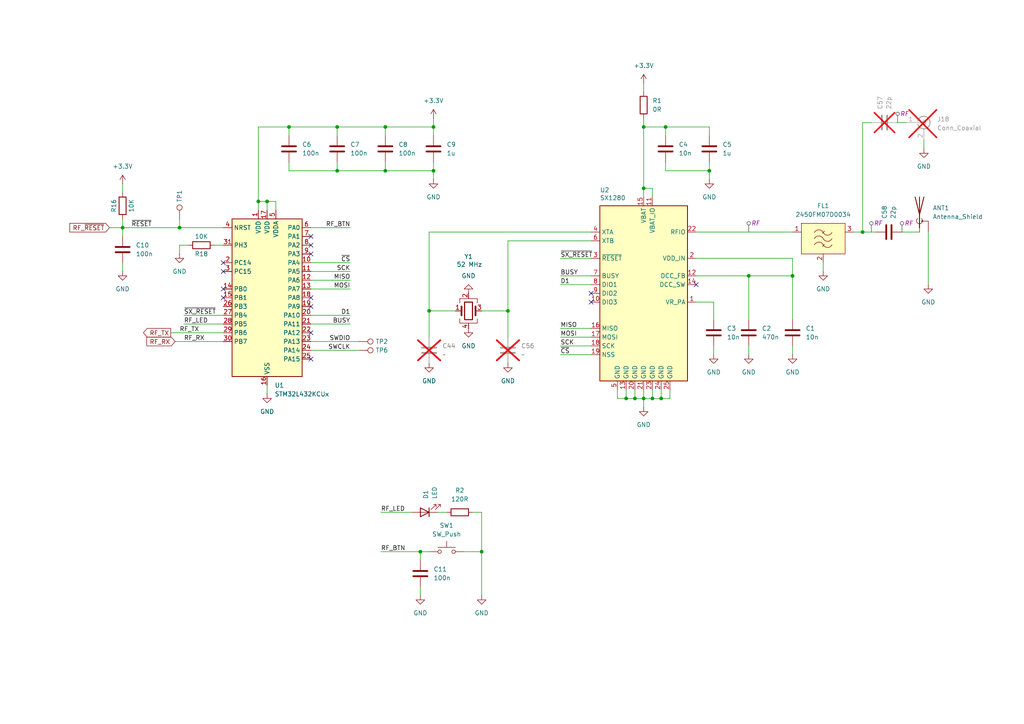
<source format=kicad_sch>
(kicad_sch (version 20231120) (generator "eeschema") (generator_version "8.0")
  (paper "A4")
  (lib_symbols
    (symbol "Connector:Conn_Coaxial" (pin_names (offset 1.016) hide)
      (property "Reference" "J" (at 0.254 3.048 0))
      (property "Value" "Conn_Coaxial" (at 2.921 0 90))
      (symbol "Conn_Coaxial_0_1"
        (arc (start -1.778 -0.508) (mid 0.2311 -1.8066) (end 1.778 0) (stroke (width 0.254)))
        (polyline (pts (xy -2.54 0) (xy -0.508 0)))
        (polyline (pts (xy 0 -2.54) (xy 0 -1.778)))
        (circle (center 0 0) (radius 0.508) (stroke (width 0.2032)))
        (arc (start 1.778 0) (mid 0.2099 1.8101) (end -1.778 0.508) (stroke (width 0.254)))
      )
      (symbol "Conn_Coaxial_1_1"
        (pin passive line (at -5.08 0 0) (length 2.54) (name "In") (number "1"))
        (pin passive line (at 0 -5.08 90) (length 2.54) (name "Ext") (number "2"))
      )
    )
    (symbol "Connector:TestPoint" (pin_numbers hide) (pin_names (offset 0.762) hide)
      (property "Reference" "TP" (at 0 6.858 0))
      (property "Value" "TestPoint" (at 0 5.08 0))
      (symbol "TestPoint_0_1"
        (circle (center 0 3.302) (radius 0.762))
      )
      (symbol "TestPoint_1_1"
        (pin passive line (at 0 0 90) (length 2.54) (name "1") (number "1"))
      )
    )
    (symbol "Device:Antenna_Shield" (pin_numbers hide) (pin_names (offset 1.016) hide)
      (property "Reference" "AE" (at -1.905 4.445 0))
      (property "Value" "Antenna_Shield" (at -1.905 2.54 0))
      (symbol "Antenna_Shield_0_1"
        (arc (start -0.508 -1.143) (mid -0.8429 -2.1194) (end 0 -2.667))
        (arc (start 0 -2.667) (mid 0.7989 -2.1052) (end 0.508 -1.143))
        (polyline (pts (xy 0 -2.54) (xy 0 0)))
        (polyline (pts (xy 0 5.08) (xy 0 -3.81)) (stroke (width 0.254)))
        (polyline (pts (xy 0.762 -1.905) (xy 2.54 -1.905)))
        (polyline (pts (xy 2.54 -2.54) (xy 2.54 -1.905)))
        (polyline (pts (xy 1.27 5.08) (xy 0 0) (xy -1.27 5.08)) (stroke (width 0.254)))
        (circle (center 0.762 -1.905) (radius 0.1778) (fill (type outline)))
      )
      (symbol "Antenna_Shield_1_1"
        (pin input line (at 0 -5.08 90) (length 2.54) (name "A") (number "1"))
        (pin input line (at 2.54 -5.08 90) (length 2.54) (name "Shield") (number "2"))
      )
    )
    (symbol "Device:C" (pin_numbers hide) (pin_names (offset 0.254))
      (property "Reference" "C" (at 0.635 2.54 0))
      (property "Value" "C" (at 0.635 -2.54 0))
      (symbol "C_0_1"
        (polyline (pts (xy -2.032 -0.762) (xy 2.032 -0.762)) (stroke (width 0.508)))
        (polyline (pts (xy -2.032 0.762) (xy 2.032 0.762)) (stroke (width 0.508)))
      )
      (symbol "C_1_1"
        (pin passive line (at 0 3.81 270) (length 2.794) (name "~") (number "1"))
        (pin passive line (at 0 -3.81 90) (length 2.794) (name "~") (number "2"))
      )
    )
    (symbol "Device:Crystal_GND24" (pin_names (offset 1.016) hide)
      (property "Reference" "Y" (at 3.175 5.08 0))
      (property "Value" "Crystal_GND24" (at 3.175 3.175 0))
      (symbol "Crystal_GND24_0_1"
        (rectangle (start -1.143 2.54) (end 1.143 -2.54) (stroke (width 0.3048)))
        (polyline (pts (xy -2.54 0) (xy -2.032 0)))
        (polyline (pts (xy -2.032 -1.27) (xy -2.032 1.27)) (stroke (width 0.508)))
        (polyline (pts (xy 0 -3.81) (xy 0 -3.556)))
        (polyline (pts (xy 0 3.556) (xy 0 3.81)))
        (polyline (pts (xy 2.032 -1.27) (xy 2.032 1.27)) (stroke (width 0.508)))
        (polyline (pts (xy 2.032 0) (xy 2.54 0)))
        (polyline (pts (xy -2.54 -2.286) (xy -2.54 -3.556) (xy 2.54 -3.556) (xy 2.54 -2.286)))
        (polyline (pts (xy -2.54 2.286) (xy -2.54 3.556) (xy 2.54 3.556) (xy 2.54 2.286)))
      )
      (symbol "Crystal_GND24_1_1"
        (pin passive line (at -3.81 0 0) (length 1.27) (name "1") (number "1"))
        (pin passive line (at 0 5.08 270) (length 1.27) (name "2") (number "2"))
        (pin passive line (at 3.81 0 180) (length 1.27) (name "3") (number "3"))
        (pin passive line (at 0 -5.08 90) (length 1.27) (name "4") (number "4"))
      )
    )
    (symbol "Device:LED" (pin_numbers hide) (pin_names (offset 1.016) hide)
      (property "Reference" "D" (at 0 2.54 0))
      (property "Value" "LED" (at 0 -2.54 0))
      (symbol "LED_0_1"
        (polyline (pts (xy -1.27 -1.27) (xy -1.27 1.27)) (stroke (width 0.254)))
        (polyline (pts (xy -1.27 0) (xy 1.27 0)))
        (polyline (pts (xy 1.27 -1.27) (xy 1.27 1.27) (xy -1.27 0) (xy 1.27 -1.27)) (stroke (width 0.254)))
        (polyline (pts (xy -3.048 -0.762) (xy -4.572 -2.286) (xy -3.81 -2.286) (xy -4.572 -2.286) (xy -4.572 -1.524)))
        (polyline (pts (xy -1.778 -0.762) (xy -3.302 -2.286) (xy -2.54 -2.286) (xy -3.302 -2.286) (xy -3.302 -1.524)))
      )
      (symbol "LED_1_1"
        (pin passive line (at -3.81 0 0) (length 2.54) (name "K") (number "1"))
        (pin passive line (at 3.81 0 180) (length 2.54) (name "A") (number "2"))
      )
    )
    (symbol "Device:R" (pin_numbers hide) (pin_names (offset 0))
      (property "Reference" "R" (at 2.032 0 90))
      (property "Value" "R" (at 0 0 90))
      (symbol "R_0_1"
        (rectangle (start -1.016 -2.54) (end 1.016 2.54) (stroke (width 0.254)))
      )
      (symbol "R_1_1"
        (pin passive line (at 0 3.81 270) (length 1.27) (name "~") (number "1"))
        (pin passive line (at 0 -3.81 90) (length 1.27) (name "~") (number "2"))
      )
    )
    (symbol "MCU_ST_STM32L4:STM32L432KCUx"
      (property "Reference" "U" (at -10.16 24.13 0))
      (property "Value" "STM32L432KCUx" (at 5.08 24.13 0))
      (symbol "STM32L432KCUx_0_1"
        (rectangle (start -10.16 -22.86) (end 10.16 22.86) (stroke (width 0.254)) (fill (type background)))
      )
      (symbol "STM32L432KCUx_1_1"
        (pin power_in line (at -2.54 25.4 270) (length 2.54) (name "VDD") (number "1"))
        (pin bidirectional line (at 12.7 10.16 180) (length 2.54) (name "PA4") (number "10"))
        (pin bidirectional line (at 12.7 7.62 180) (length 2.54) (name "PA5") (number "11"))
        (pin bidirectional line (at 12.7 5.08 180) (length 2.54) (name "PA6") (number "12"))
        (pin bidirectional line (at 12.7 2.54 180) (length 2.54) (name "PA7") (number "13"))
        (pin bidirectional line (at -12.7 2.54 0) (length 2.54) (name "PB0") (number "14"))
        (pin bidirectional line (at -12.7 0 0) (length 2.54) (name "PB1") (number "15"))
        (pin power_in line (at 0 -25.4 90) (length 2.54) (name "VSS") (number "16"))
        (pin power_in line (at 0 25.4 270) (length 2.54) (name "VDD") (number "17"))
        (pin bidirectional line (at 12.7 0 180) (length 2.54) (name "PA8") (number "18"))
        (pin bidirectional line (at 12.7 -2.54 180) (length 2.54) (name "PA9") (number "19"))
        (pin bidirectional line (at -12.7 10.16 0) (length 2.54) (name "PC14") (number "2"))
        (pin bidirectional line (at 12.7 -5.08 180) (length 2.54) (name "PA10") (number "20"))
        (pin bidirectional line (at 12.7 -7.62 180) (length 2.54) (name "PA11") (number "21"))
        (pin bidirectional line (at 12.7 -10.16 180) (length 2.54) (name "PA12") (number "22"))
        (pin bidirectional line (at 12.7 -12.7 180) (length 2.54) (name "PA13") (number "23"))
        (pin bidirectional line (at 12.7 -15.24 180) (length 2.54) (name "PA14") (number "24"))
        (pin bidirectional line (at 12.7 -17.78 180) (length 2.54) (name "PA15") (number "25"))
        (pin bidirectional line (at -12.7 -2.54 0) (length 2.54) (name "PB3") (number "26"))
        (pin bidirectional line (at -12.7 -5.08 0) (length 2.54) (name "PB4") (number "27"))
        (pin bidirectional line (at -12.7 -7.62 0) (length 2.54) (name "PB5") (number "28"))
        (pin bidirectional line (at -12.7 -10.16 0) (length 2.54) (name "PB6") (number "29"))
        (pin bidirectional line (at -12.7 7.62 0) (length 2.54) (name "PC15") (number "3"))
        (pin bidirectional line (at -12.7 -12.7 0) (length 2.54) (name "PB7") (number "30"))
        (pin bidirectional line (at -12.7 15.24 0) (length 2.54) (name "PH3") (number "31"))
        (pin passive line (at 0 -25.4 90) (length 2.54) hide (name "VSS") (number "32"))
        (pin passive line (at 0 -25.4 90) (length 2.54) hide (name "VSS") (number "33"))
        (pin input line (at -12.7 20.32 0) (length 2.54) (name "NRST") (number "4"))
        (pin power_in line (at 2.54 25.4 270) (length 2.54) (name "VDDA") (number "5"))
        (pin bidirectional line (at 12.7 20.32 180) (length 2.54) (name "PA0") (number "6"))
        (pin bidirectional line (at 12.7 17.78 180) (length 2.54) (name "PA1") (number "7"))
        (pin bidirectional line (at 12.7 15.24 180) (length 2.54) (name "PA2") (number "8"))
        (pin bidirectional line (at 12.7 12.7 180) (length 2.54) (name "PA3") (number "9"))
      )
    )
    (symbol "Switch:SW_Push" (pin_numbers hide) (pin_names (offset 1.016) hide)
      (property "Reference" "SW" (at 1.27 2.54 0))
      (property "Value" "SW_Push" (at 0 -1.524 0))
      (symbol "SW_Push_0_1"
        (circle (center -2.032 0) (radius 0.508))
        (polyline (pts (xy 0 1.27) (xy 0 3.048)))
        (polyline (pts (xy 2.54 1.27) (xy -2.54 1.27)))
        (circle (center 2.032 0) (radius 0.508))
        (pin passive line (at -5.08 0 0) (length 2.54) (name "1") (number "1"))
        (pin passive line (at 5.08 0 180) (length 2.54) (name "2") (number "2"))
      )
    )
    (symbol "dancollins:2450FM07D0034"
      (property "Reference" "FL" (at -6.604 10.16 0))
      (property "Value" "2450FM07D0034" (at -6.604 7.874 0))
      (symbol "2450FM07D0034_0_1"
        (arc (start -0.004 -3.683) (mid -1.2789 -2.9017) (end -2.544 -3.6989))
        (arc (start -0.004 -1.905) (mid -1.2789 -1.1237) (end -2.544 -1.9209))
        (arc (start -0.0039 -0.1271) (mid -1.2789 0.6543) (end -2.5439 -0.143))
        (arc (start 0 -3.683) (mid 1.2749 -4.4643) (end 2.54 -3.6671))
        (arc (start 0 -1.905) (mid 1.2749 -2.6863) (end 2.54 -1.8891))
        (arc (start 0.0001 -0.1271) (mid 1.2749 -0.9083) (end 2.5401 -0.1112))
        (polyline (pts (xy -0.2579 -0.3811) (xy 0.3771 0.2539)))
        (polyline (pts (xy -0.254 -4.191) (xy 0.381 -3.556)))
      )
      (symbol "2450FM07D0034_1_1"
        (rectangle (start -6.35 2.54) (end 6.35 -6.35) (fill (type color) (color 255 255 194 1)))
        (pin passive line (at -8.89 0 0) (length 2.54) (name "RF_IN") (number "1"))
        (pin power_in line (at 0 -8.89 90) (length 2.54) (name "GND") (number "2"))
        (pin passive line (at 8.89 0 180) (length 2.54) (name "RF_OUT") (number "3"))
        (pin power_in line (at 0 -8.89 90) (length 2.54) hide (name "GND") (number "4"))
      )
    )
    (symbol "dancollins:SX1280IMLTRT"
      (property "Reference" "U" (at 13.716 -22.352 0))
      (property "Value" "SX1280" (at 13.716 -24.384 0))
      (symbol "SX1280IMLTRT_0_1"
        (rectangle (start -12.7 25.4) (end 12.7 -25.4) (stroke (width 0.254)) (fill (type background)))
      )
      (symbol "SX1280IMLTRT_1_1"
        (pin power_out line (at 15.24 -2.54 180) (length 2.54) (name "VR_PA") (number "1"))
        (pin bidirectional line (at -15.24 -2.54 0) (length 2.54) (name "DIO3") (number "10"))
        (pin power_in line (at 2.54 27.94 270) (length 2.54) (name "VBAT_IO") (number "11"))
        (pin power_out line (at 15.24 5.08 180) (length 2.54) (name "DCC_FB") (number "12"))
        (pin power_in line (at -5.08 -27.94 90) (length 2.54) (name "GND") (number "13"))
        (pin power_out line (at 15.24 2.54 180) (length 2.54) (name "DCC_SW") (number "14"))
        (pin power_in line (at 0 27.94 270) (length 2.54) (name "VBAT") (number "15"))
        (pin output line (at -15.24 -10.16 0) (length 2.54) (name "MISO") (number "16"))
        (pin input line (at -15.24 -12.7 0) (length 2.54) (name "MOSI") (number "17"))
        (pin input line (at -15.24 -15.24 0) (length 2.54) (name "SCK") (number "18"))
        (pin input line (at -15.24 -17.78 0) (length 2.54) (name "NSS") (number "19"))
        (pin power_in line (at 15.24 10.16 180) (length 2.54) (name "VDD_IN") (number "2"))
        (pin power_in line (at -2.54 -27.94 90) (length 2.54) (name "GND") (number "20"))
        (pin power_in line (at 0 -27.94 90) (length 2.54) (name "GND") (number "21"))
        (pin passive line (at 15.24 17.78 180) (length 2.54) (name "RFIO") (number "22"))
        (pin power_in line (at 2.54 -27.94 90) (length 2.54) (name "GND") (number "23"))
        (pin power_in line (at 5.08 -27.94 90) (length 2.54) (name "GND") (number "24"))
        (pin power_in line (at 7.62 -27.94 90) (length 2.54) (name "GND") (number "25"))
        (pin input line (at -15.24 10.16 0) (length 2.54) (name "~{RESET}") (number "3"))
        (pin passive line (at -15.24 17.78 0) (length 2.54) (name "XTA") (number "4"))
        (pin power_in line (at -7.62 -27.94 90) (length 2.54) (name "GND") (number "5"))
        (pin passive line (at -15.24 15.24 0) (length 2.54) (name "XTB") (number "6"))
        (pin output line (at -15.24 5.08 0) (length 2.54) (name "BUSY") (number "7"))
        (pin bidirectional line (at -15.24 2.54 0) (length 2.54) (name "DIO1") (number "8"))
        (pin bidirectional line (at -15.24 0 0) (length 2.54) (name "DIO2") (number "9"))
      )
    )
    (symbol "power:+3.3V" (power) (pin_numbers hide) (pin_names (offset 0) hide)
      (property "Value" "+3.3V" (at 0 3.556 0))
      (symbol "+3.3V_0_1"
        (polyline (pts (xy -0.762 1.27) (xy 0 2.54)))
        (polyline (pts (xy 0 0) (xy 0 2.54)))
        (polyline (pts (xy 0 2.54) (xy 0.762 1.27)))
      )
      (symbol "+3.3V_1_1"
        (pin power_in line (at 0 0 90) (length 0) (name "~") (number "1"))
      )
    )
    (symbol "power:GND" (power) (pin_numbers hide) (pin_names (offset 0) hide)
      (property "Value" "GND" (at 0 -3.81 0))
      (symbol "GND_0_1"
        (polyline (pts (xy 0 0) (xy 0 -1.27) (xy 1.27 -1.27) (xy 0 -2.54) (xy -1.27 -1.27) (xy 0 -1.27)))
      )
      (symbol "GND_1_1"
        (pin power_in line (at 0 0 270) (length 0) (name "~") (number "1"))
      )
    )
  )
  (junction (at 52.07 66.04))
  (junction (at 139.7 160.02))
  (junction (at 186.69 115.57))
  (junction (at 111.76 36.83))
  (junction (at 184.15 115.57))
  (junction (at 97.79 36.83))
  (junction (at 74.93 58.42))
  (junction (at 125.73 36.83))
  (junction (at 111.76 49.53))
  (junction (at 193.04 36.83))
  (junction (at 229.87 80.01))
  (junction (at 121.92 160.02))
  (junction (at 205.74 49.53))
  (junction (at 189.23 115.57))
  (junction (at 250.19 67.31))
  (junction (at 125.73 49.53))
  (junction (at 181.61 115.57))
  (junction (at 97.79 49.53))
  (junction (at 186.69 54.61))
  (junction (at 186.69 36.83))
  (junction (at 147.32 90.17))
  (junction (at 191.77 115.57))
  (junction (at 124.46 90.17))
  (junction (at 35.56 66.04))
  (junction (at 77.47 58.42))
  (junction (at 83.82 36.83))
  (junction (at 217.17 80.01))
  (no_connect (at 90.17 73.66))
  (no_connect (at 64.77 76.2))
  (no_connect (at 90.17 88.9))
  (no_connect (at 90.17 86.36))
  (no_connect (at 90.17 71.12))
  (no_connect (at 64.77 83.82))
  (no_connect (at 90.17 104.14))
  (no_connect (at 201.93 82.55))
  (no_connect (at 90.17 96.52))
  (no_connect (at 64.77 78.74))
  (no_connect (at 90.17 68.58))
  (no_connect (at 171.45 85.09))
  (no_connect (at 64.77 86.36))
  (no_connect (at 171.45 87.63))
  (wire (pts (xy 49.53 96.52) (xy 64.77 96.52)))
  (wire (pts (xy 252.73 35.56) (xy 250.19 35.56)))
  (wire (pts (xy 125.73 49.53) (xy 125.73 46.99)))
  (wire (pts (xy 205.74 49.53) (xy 205.74 52.07)))
  (wire (pts (xy 250.19 67.31) (xy 254 67.31)))
  (wire (pts (xy 186.69 113.03) (xy 186.69 115.57)))
  (wire (pts (xy 139.7 172.72) (xy 139.7 160.02)))
  (wire (pts (xy 186.69 57.15) (xy 186.69 54.61)))
  (wire (pts (xy 97.79 36.83) (xy 83.82 36.83)))
  (wire (pts (xy 269.24 67.31) (xy 269.24 82.55)))
  (wire (pts (xy 250.19 35.56) (xy 250.19 67.31)))
  (wire (pts (xy 229.87 74.93) (xy 229.87 80.01)))
  (wire (pts (xy 171.45 69.85) (xy 147.32 69.85)))
  (wire (pts (xy 201.93 87.63) (xy 207.01 87.63)))
  (wire (pts (xy 121.92 160.02) (xy 124.46 160.02)))
  (wire (pts (xy 74.93 36.83) (xy 83.82 36.83)))
  (wire (pts (xy 52.07 63.5) (xy 52.07 66.04)))
  (wire (pts (xy 194.31 113.03) (xy 194.31 115.57)))
  (wire (pts (xy 80.01 58.42) (xy 80.01 60.96)))
  (wire (pts (xy 179.07 115.57) (xy 181.61 115.57)))
  (wire (pts (xy 205.74 46.99) (xy 205.74 49.53)))
  (wire (pts (xy 193.04 46.99) (xy 193.04 49.53)))
  (wire (pts (xy 125.73 34.29) (xy 125.73 36.83)))
  (wire (pts (xy 238.76 76.2) (xy 238.76 78.74)))
  (wire (pts (xy 162.56 95.25) (xy 171.45 95.25)))
  (wire (pts (xy 97.79 36.83) (xy 97.79 39.37)))
  (wire (pts (xy 127 148.59) (xy 129.54 148.59)))
  (wire (pts (xy 171.45 67.31) (xy 124.46 67.31)))
  (wire (pts (xy 90.17 83.82) (xy 101.6 83.82)))
  (wire (pts (xy 90.17 81.28) (xy 101.6 81.28)))
  (wire (pts (xy 90.17 78.74) (xy 101.6 78.74)))
  (wire (pts (xy 186.69 24.13) (xy 186.69 26.67)))
  (wire (pts (xy 110.49 160.02) (xy 121.92 160.02)))
  (wire (pts (xy 74.93 36.83) (xy 74.93 58.42)))
  (wire (pts (xy 207.01 87.63) (xy 207.01 92.71)))
  (wire (pts (xy 193.04 49.53) (xy 205.74 49.53)))
  (wire (pts (xy 186.69 36.83) (xy 193.04 36.83)))
  (wire (pts (xy 77.47 58.42) (xy 77.47 60.96)))
  (wire (pts (xy 83.82 49.53) (xy 97.79 49.53)))
  (wire (pts (xy 189.23 54.61) (xy 186.69 54.61)))
  (wire (pts (xy 54.61 71.12) (xy 52.07 71.12)))
  (wire (pts (xy 162.56 100.33) (xy 171.45 100.33)))
  (wire (pts (xy 77.47 111.76) (xy 77.47 114.3)))
  (wire (pts (xy 97.79 49.53) (xy 111.76 49.53)))
  (wire (pts (xy 90.17 93.98) (xy 101.6 93.98)))
  (wire (pts (xy 62.23 71.12) (xy 64.77 71.12)))
  (wire (pts (xy 139.7 148.59) (xy 137.16 148.59)))
  (wire (pts (xy 111.76 36.83) (xy 111.76 39.37)))
  (wire (pts (xy 193.04 36.83) (xy 205.74 36.83)))
  (wire (pts (xy 74.93 58.42) (xy 74.93 60.96)))
  (wire (pts (xy 110.49 148.59) (xy 119.38 148.59)))
  (wire (pts (xy 52.07 66.04) (xy 64.77 66.04)))
  (wire (pts (xy 35.56 53.34) (xy 35.56 55.88)))
  (wire (pts (xy 207.01 100.33) (xy 207.01 102.87)))
  (wire (pts (xy 124.46 90.17) (xy 124.46 97.79)))
  (wire (pts (xy 191.77 115.57) (xy 194.31 115.57)))
  (wire (pts (xy 217.17 80.01) (xy 229.87 80.01)))
  (wire (pts (xy 90.17 99.06) (xy 104.14 99.06)))
  (wire (pts (xy 186.69 115.57) (xy 186.69 118.11)))
  (wire (pts (xy 201.93 80.01) (xy 217.17 80.01)))
  (wire (pts (xy 189.23 57.15) (xy 189.23 54.61)))
  (wire (pts (xy 125.73 49.53) (xy 125.73 52.07)))
  (wire (pts (xy 35.56 76.2) (xy 35.56 78.74)))
  (wire (pts (xy 121.92 160.02) (xy 121.92 162.56)))
  (wire (pts (xy 147.32 90.17) (xy 147.32 97.79)))
  (wire (pts (xy 260.35 35.56) (xy 262.89 35.56)))
  (wire (pts (xy 83.82 36.83) (xy 83.82 39.37)))
  (wire (pts (xy 134.62 160.02) (xy 139.7 160.02)))
  (wire (pts (xy 35.56 66.04) (xy 52.07 66.04)))
  (wire (pts (xy 31.75 66.04) (xy 35.56 66.04)))
  (wire (pts (xy 125.73 36.83) (xy 111.76 36.83)))
  (wire (pts (xy 111.76 49.53) (xy 125.73 49.53)))
  (wire (pts (xy 35.56 63.5) (xy 35.56 66.04)))
  (wire (pts (xy 261.62 67.31) (xy 266.7 67.31)))
  (wire (pts (xy 121.92 170.18) (xy 121.92 172.72)))
  (wire (pts (xy 77.47 58.42) (xy 80.01 58.42)))
  (wire (pts (xy 111.76 46.99) (xy 111.76 49.53)))
  (wire (pts (xy 35.56 66.04) (xy 35.56 68.58)))
  (wire (pts (xy 132.08 90.17) (xy 124.46 90.17)))
  (wire (pts (xy 139.7 160.02) (xy 139.7 148.59)))
  (wire (pts (xy 217.17 80.01) (xy 217.17 92.71)))
  (wire (pts (xy 111.76 36.83) (xy 97.79 36.83)))
  (wire (pts (xy 53.34 91.44) (xy 64.77 91.44)))
  (wire (pts (xy 162.56 82.55) (xy 171.45 82.55)))
  (wire (pts (xy 186.69 36.83) (xy 186.69 54.61)))
  (wire (pts (xy 90.17 101.6) (xy 104.14 101.6)))
  (wire (pts (xy 205.74 39.37) (xy 205.74 36.83)))
  (wire (pts (xy 179.07 113.03) (xy 179.07 115.57)))
  (wire (pts (xy 90.17 66.04) (xy 101.6 66.04)))
  (wire (pts (xy 201.93 74.93) (xy 229.87 74.93)))
  (wire (pts (xy 229.87 80.01) (xy 229.87 92.71)))
  (wire (pts (xy 267.97 40.64) (xy 267.97 43.18)))
  (wire (pts (xy 193.04 36.83) (xy 193.04 39.37)))
  (wire (pts (xy 50.8 99.06) (xy 64.77 99.06)))
  (wire (pts (xy 162.56 74.93) (xy 171.45 74.93)))
  (wire (pts (xy 162.56 80.01) (xy 171.45 80.01)))
  (wire (pts (xy 90.17 76.2) (xy 101.6 76.2)))
  (wire (pts (xy 74.93 58.42) (xy 77.47 58.42)))
  (wire (pts (xy 217.17 100.33) (xy 217.17 102.87)))
  (wire (pts (xy 83.82 46.99) (xy 83.82 49.53)))
  (wire (pts (xy 125.73 36.83) (xy 125.73 39.37)))
  (wire (pts (xy 147.32 69.85) (xy 147.32 90.17)))
  (wire (pts (xy 184.15 115.57) (xy 186.69 115.57)))
  (wire (pts (xy 52.07 71.12) (xy 52.07 73.66)))
  (wire (pts (xy 201.93 67.31) (xy 229.87 67.31)))
  (wire (pts (xy 181.61 115.57) (xy 184.15 115.57)))
  (wire (pts (xy 139.7 90.17) (xy 147.32 90.17)))
  (wire (pts (xy 53.34 93.98) (xy 64.77 93.98)))
  (wire (pts (xy 186.69 34.29) (xy 186.69 36.83)))
  (wire (pts (xy 162.56 102.87) (xy 171.45 102.87)))
  (wire (pts (xy 162.56 97.79) (xy 171.45 97.79)))
  (wire (pts (xy 181.61 113.03) (xy 181.61 115.57)))
  (wire (pts (xy 229.87 100.33) (xy 229.87 102.87)))
  (wire (pts (xy 184.15 113.03) (xy 184.15 115.57)))
  (wire (pts (xy 97.79 46.99) (xy 97.79 49.53)))
  (wire (pts (xy 191.77 113.03) (xy 191.77 115.57)))
  (wire (pts (xy 186.69 115.57) (xy 189.23 115.57)))
  (wire (pts (xy 189.23 115.57) (xy 191.77 115.57)))
  (wire (pts (xy 247.65 67.31) (xy 250.19 67.31)))
  (wire (pts (xy 124.46 67.31) (xy 124.46 90.17)))
  (wire (pts (xy 189.23 113.03) (xy 189.23 115.57)))
  (wire (pts (xy 90.17 91.44) (xy 101.6 91.44)))
  (label "RF_BTN" (at 110.49 160.02 0))
  (label "RF_LED" (at 53.34 93.98 0))
  (label "RF_BTN" (at 101.6 66.04 180))
  (label "MISO" (at 101.6 81.28 180))
  (label "MOSI" (at 162.56 97.79 0))
  (label "~{CS}" (at 162.56 102.87 0))
  (label "MOSI" (at 101.6 83.82 180))
  (label "~{SX_RESET}" (at 162.56 74.93 0))
  (label "D1" (at 101.6 91.44 180))
  (label "SWDIO" (at 101.6 99.06 180))
  (label "SCK" (at 162.56 100.33 0))
  (label "SWCLK" (at 101.6 101.6 180))
  (label "~{RESET}" (at 38.1 66.04 0))
  (label "SCK" (at 101.6 78.74 180))
  (label "~{SX_RESET}" (at 53.34 91.44 0))
  (label "BUSY" (at 162.56 80.01 0))
  (label "BUSY" (at 101.6 93.98 180))
  (label "~{CS}" (at 101.6 76.2 180))
  (label "RF_LED" (at 110.49 148.59 0))
  (label "RF_RX" (at 53.34 99.06 0))
  (label "RF_TX" (at 52.07 96.52 0))
  (label "MISO" (at 162.56 95.25 0))
  (label "D1" (at 162.56 82.55 0))
  (global_label "RF_~{RESET}" (shape input) (at 31.75 66.04 180) (property "Intersheetrefs" "${INTERSHEET_REFS}" (effects (hide yes))))
  (global_label "RF_RX" (shape input) (at 50.8 99.06 180) (property "Intersheetrefs" "${INTERSHEET_REFS}" (effects (hide yes))))
  (global_label "RF_TX" (shape output) (at 49.53 96.52 180) (property "Intersheetrefs" "${INTERSHEET_REFS}" (effects (hide yes))))
  (netclass_flag "" (length 2.54) (shape round) (at 252.73 67.31 0) (property "Netclass" "RF" (at 253.4285 64.77 0) (effects (font (italic yes)) (justify left))))
  (netclass_flag "" (length 2.54) (shape round) (at 260.35 35.56 0) (property "Netclass" "RF" (at 261.0485 33.02 0) (effects (font (italic yes)) (justify left))))
  (netclass_flag "" (length 2.54) (shape round) (at 261.62 67.31 0) (property "Netclass" "RF" (at 262.3185 64.77 0) (effects (font (italic yes)) (justify left))))
  (netclass_flag "" (length 2.54) (shape round) (at 217.17 67.31 0) (property "Netclass" "RF" (at 217.8685 64.77 0) (effects (font (italic yes)) (justify left))))
  (symbol (lib_id "power:GND") (at 269.24 82.55 0) (unit 1)
    (property "Reference" "#PWR02" (effects (hide yes)))
    (property "Value" "GND" (at 269.24 87.63 0))
    (property "Description" "Power symbol creates a global label with name \"GND\" , ground" (effects (hide yes)))
  )
  (symbol (lib_id "power:GND") (at 124.46 105.41 0) (unit 1)
    (property "Reference" "#PWR088" (effects (hide yes)))
    (property "Value" "GND" (at 124.46 110.49 0))
    (property "Description" "Power symbol creates a global label with name \"GND\" , ground" (effects (hide yes)))
  )
  (symbol (lib_id "dancollins:2450FM07D0034") (at 238.76 67.31 0) (unit 1)
    (property "Reference" "FL1" (at 238.76 59.69 0))
    (property "Value" "2450FM07D0034" (at 238.76 62.23 0))
    (property "Footprint" "dancollins:2450FM07D0034" (effects (hide yes)))
    (property "Datasheet" "https://www.digikey.com/en/htmldatasheets/production/3324473/0/0/1/2450fm07d0034t" (effects (hide yes)))
    (property "Description" "Miniature 2.45GHz Impedance Matched Front-End Filter Optimized for Semtech SX1280, SX1281" (effects (hide yes)))
    (property "LCSC" "C2651081" (effects (hide yes)))
  )
  (symbol (lib_id "power:GND") (at 135.89 95.25 0) (unit 1)
    (property "Reference" "#PWR05" (effects (hide yes)))
    (property "Value" "GND" (at 135.89 100.33 0))
    (property "Description" "Power symbol creates a global label with name \"GND\" , ground" (effects (hide yes)))
  )
  (symbol (lib_id "Device:C") (at 205.74 43.18 0) (unit 1)
    (property "Reference" "C5" (at 209.55 41.9099 0) (effects (justify left)))
    (property "Value" "1u" (at 209.55 44.4499 0) (effects (justify left)))
    (property "Footprint" "Capacitor_SMD:C_0603_1608Metric" (effects (hide yes)))
    (property "Description" "Unpolarized capacitor" (effects (hide yes)))
    (property "LCSC" "C29936" (effects (hide yes)))
  )
  (symbol (lib_id "power:GND") (at 205.74 52.07 0) (unit 1)
    (property "Reference" "#PWR012" (effects (hide yes)))
    (property "Value" "GND" (at 205.74 57.15 0))
    (property "Description" "Power symbol creates a global label with name \"GND\" , ground" (effects (hide yes)))
  )
  (symbol (lib_id "Device:C") (at 193.04 43.18 0) (unit 1)
    (property "Reference" "C4" (at 196.85 41.9099 0) (effects (justify left)))
    (property "Value" "10n" (at 196.85 44.4499 0) (effects (justify left)))
    (property "Footprint" "Capacitor_SMD:C_0603_1608Metric" (effects (hide yes)))
    (property "Description" "Unpolarized capacitor" (effects (hide yes)))
    (property "LCSC" "C1589" (effects (hide yes)))
  )
  (symbol (lib_id "Device:C") (at 207.01 96.52 0) (unit 1)
    (property "Reference" "C3" (at 210.82 95.2499 0) (effects (justify left)))
    (property "Value" "10n" (at 210.82 97.7899 0) (effects (justify left)))
    (property "Footprint" "Capacitor_SMD:C_0603_1608Metric" (effects (hide yes)))
    (property "Description" "Unpolarized capacitor" (effects (hide yes)))
    (property "LCSC" "C1589" (effects (hide yes)))
  )
  (symbol (lib_id "power:GND") (at 238.76 78.74 0) (unit 1)
    (property "Reference" "#PWR01" (effects (hide yes)))
    (property "Value" "GND" (at 238.76 83.82 0))
    (property "Description" "Power symbol creates a global label with name \"GND\" , ground" (effects (hide yes)))
  )
  (symbol (lib_id "power:GND") (at 139.7 172.72 0) (unit 1)
    (property "Reference" "#PWR019" (effects (hide yes)))
    (property "Value" "GND" (at 139.7 177.8 0))
    (property "Description" "Power symbol creates a global label with name \"GND\" , ground" (effects (hide yes)))
  )
  (symbol (lib_id "power:GND") (at 125.73 52.07 0) (unit 1)
    (property "Reference" "#PWR013" (effects (hide yes)))
    (property "Value" "GND" (at 125.73 57.15 0))
    (property "Description" "Power symbol creates a global label with name \"GND\" , ground" (effects (hide yes)))
  )
  (symbol (lib_id "power:GND") (at 217.17 102.87 0) (unit 1)
    (property "Reference" "#PWR08" (effects (hide yes)))
    (property "Value" "GND" (at 217.17 107.95 0))
    (property "Description" "Power symbol creates a global label with name \"GND\" , ground" (effects (hide yes)))
  )
  (symbol (lib_id "Device:C") (at 121.92 166.37 0) (unit 1)
    (property "Reference" "C11" (at 125.73 165.0999 0) (effects (justify left)))
    (property "Value" "100n" (at 125.73 167.6399 0) (effects (justify left)))
    (property "Footprint" "Capacitor_SMD:C_0603_1608Metric" (effects (hide yes)))
    (property "Description" "Unpolarized capacitor" (effects (hide yes)))
    (property "LCSC" "C1591" (effects (hide yes)))
  )
  (symbol (lib_id "power:GND") (at 52.07 73.66 0) (unit 1)
    (property "Reference" "#PWR037" (effects (hide yes)))
    (property "Value" "GND" (at 52.07 78.74 0))
    (property "Description" "Power symbol creates a global label with name \"GND\" , ground" (effects (hide yes)))
  )
  (symbol (lib_id "Device:C") (at 35.56 72.39 0) (unit 1)
    (property "Reference" "C10" (at 39.37 71.1199 0) (effects (justify left)))
    (property "Value" "100n" (at 39.37 73.6599 0) (effects (justify left)))
    (property "Footprint" "Capacitor_SMD:C_0603_1608Metric" (effects (hide yes)))
    (property "Description" "Unpolarized capacitor" (effects (hide yes)))
    (property "LCSC" "C1591" (effects (hide yes)))
  )
  (symbol (lib_id "Device:C") (at 217.17 96.52 0) (unit 1)
    (property "Reference" "C2" (at 220.98 95.2499 0) (effects (justify left)))
    (property "Value" "470n" (at 220.98 97.7899 0) (effects (justify left)))
    (property "Footprint" "Capacitor_SMD:C_0603_1608Metric" (effects (hide yes)))
    (property "Description" "Unpolarized capacitor" (effects (hide yes)))
    (property "LCSC" "C1623" (effects (hide yes)))
  )
  (symbol (lib_id "dancollins:SX1280IMLTRT") (at 186.69 85.09 0) (unit 1)
    (property "Reference" "U2" (at 173.99 55.118 0) (effects (justify left)))
    (property "Value" "SX1280" (at 173.99 57.404 0) (effects (justify left)))
    (property "Footprint" "Package_DFN_QFN:QFN-24-1EP_4x4mm_P0.5mm_EP2.7x2.7mm" (effects (hide yes)))
    (property "Datasheet" "https://semtech.my.salesforce.com/sfc/p/#E0000000JelG/a/3n000000l9OZ/Kw7ZeYZuAZW3Q4A3R_IUjhYCQEJxkuLrUgl_GNNhuUo" (effects (hide yes)))
    (property "Description" "LoRa Connect™ Long Range Low Power LoRa® 2.4GHz RF Transceiver With Ranging" (effects (hide yes)))
    (property "LCSC" "C125969" (effects (hide yes)))
  )
  (symbol (lib_id "power:GND") (at 186.69 118.11 0) (unit 1)
    (property "Reference" "#PWR03" (effects (hide yes)))
    (property "Value" "GND" (at 186.69 123.19 0))
    (property "Description" "Power symbol creates a global label with name \"GND\" , ground" (effects (hide yes)))
  )
  (symbol (lib_id "Device:C") (at 125.73 43.18 0) (unit 1)
    (property "Reference" "C9" (at 129.54 41.9099 0) (effects (justify left)))
    (property "Value" "1u" (at 129.54 44.4499 0) (effects (justify left)))
    (property "Footprint" "Capacitor_SMD:C_0603_1608Metric" (effects (hide yes)))
    (property "Description" "Unpolarized capacitor" (effects (hide yes)))
    (property "LCSC" "C29936" (effects (hide yes)))
  )
  (symbol (lib_id "Connector:TestPoint") (at 104.14 101.6 270) (unit 1)
    (property "Reference" "TP6" (at 110.744 101.6 90))
    (property "Value" "TestPoint" (effects (hide yes)))
    (property "Footprint" "TestPoint:TestPoint_Pad_D2.0mm" (effects (hide yes)))
    (property "Description" "test point" (effects (hide yes)))
  )
  (symbol (lib_id "Device:C") (at 147.32 101.6 0) (unit 1) (dnp yes)
    (property "Reference" "C56" (at 151.13 100.3299 0) (effects (justify left)))
    (property "Value" "~" (at 151.13 102.8699 0) (effects (justify left)))
    (property "Footprint" "Capacitor_SMD:C_0603_1608Metric" (effects (hide yes)))
    (property "Description" "Unpolarized capacitor" (effects (hide yes)))
  )
  (symbol (lib_id "Device:C") (at 97.79 43.18 0) (unit 1)
    (property "Reference" "C7" (at 101.6 41.9099 0) (effects (justify left)))
    (property "Value" "100n" (at 101.6 44.4499 0) (effects (justify left)))
    (property "Footprint" "Capacitor_SMD:C_0603_1608Metric" (effects (hide yes)))
    (property "Description" "Unpolarized capacitor" (effects (hide yes)))
    (property "LCSC" "C1591" (effects (hide yes)))
  )
  (symbol (lib_id "MCU_ST_STM32L4:STM32L432KCUx") (at 77.47 86.36 0) (unit 1)
    (property "Reference" "U1" (at 79.6641 111.76 0) (effects (justify left)))
    (property "Value" "STM32L432KCUx" (at 79.6641 114.3 0) (effects (justify left)))
    (property "Footprint" "Package_DFN_QFN:QFN-32-1EP_5x5mm_P0.5mm_EP3.45x3.45mm" (effects (hide yes)))
    (property "Datasheet" "https://www.st.com/resource/en/datasheet/stm32l432kc.pdf" (effects (hide yes)))
    (property "Description" "STMicroelectronics Arm Cortex-M4 MCU, 256KB flash, 64KB RAM, 80 MHz, 1.71-3.6V, 26 GPIO, UFQFPN32" (effects (hide yes)))
    (property "LCSC" "C1337280" (effects (hide yes)))
  )
  (symbol (lib_id "power:GND") (at 135.89 85.09 180) (unit 1)
    (property "Reference" "#PWR06" (effects (hide yes)))
    (property "Value" "GND" (at 135.89 80.01 0))
    (property "Description" "Power symbol creates a global label with name \"GND\" , ground" (effects (hide yes)))
  )
  (symbol (lib_id "Device:C") (at 257.81 67.31 90) (unit 1)
    (property "Reference" "C58" (at 256.5399 63.5 0) (effects (justify left)))
    (property "Value" "22p" (at 259.0799 63.5 0) (effects (justify left)))
    (property "Footprint" "Capacitor_SMD:C_0603_1608Metric" (effects (hide yes)))
    (property "Description" "Unpolarized capacitor" (effects (hide yes)))
    (property "LCSC" "C1653" (effects (hide yes)))
  )
  (symbol (lib_id "Device:C") (at 124.46 101.6 0) (unit 1) (dnp yes)
    (property "Reference" "C44" (at 128.27 100.3299 0) (effects (justify left)))
    (property "Value" "~" (at 128.27 102.8699 0) (effects (justify left)))
    (property "Footprint" "Capacitor_SMD:C_0603_1608Metric" (effects (hide yes)))
    (property "Description" "Unpolarized capacitor" (effects (hide yes)))
  )
  (symbol (lib_id "Device:C") (at 256.54 35.56 90) (unit 1) (dnp yes)
    (property "Reference" "C57" (at 255.2699 31.75 0) (effects (justify left)))
    (property "Value" "22p" (at 257.8099 31.75 0) (effects (justify left)))
    (property "Footprint" "Capacitor_SMD:C_0603_1608Metric" (effects (hide yes)))
    (property "Description" "Unpolarized capacitor" (effects (hide yes)))
    (property "LCSC" "C1653" (effects (hide yes)))
  )
  (symbol (lib_id "power:GND") (at 267.97 43.18 0) (unit 1)
    (property "Reference" "#PWR090" (effects (hide yes)))
    (property "Value" "GND" (at 267.97 48.26 0))
    (property "Description" "Power symbol creates a global label with name \"GND\" , ground" (effects (hide yes)))
  )
  (symbol (lib_id "Connector:TestPoint") (at 104.14 99.06 270) (unit 1)
    (property "Reference" "TP2" (at 110.744 99.06 90))
    (property "Value" "TestPoint" (effects (hide yes)))
    (property "Footprint" "TestPoint:TestPoint_Pad_D2.0mm" (effects (hide yes)))
    (property "Description" "test point" (effects (hide yes)))
  )
  (symbol (lib_id "Connector:TestPoint") (at 52.07 63.5 0) (unit 1)
    (property "Reference" "TP1" (at 52.07 56.896 90))
    (property "Value" "TestPoint" (effects (hide yes)))
    (property "Footprint" "TestPoint:TestPoint_Pad_D2.0mm" (effects (hide yes)))
    (property "Description" "test point" (effects (hide yes)))
  )
  (symbol (lib_id "power:+3.3V") (at 35.56 53.34 0) (unit 1)
    (property "Reference" "#PWR010" (effects (hide yes)))
    (property "Value" "+3.3V" (at 35.56 48.26 0))
    (property "Description" "Power symbol creates a global label with name \"+3.3V\"" (effects (hide yes)))
  )
  (symbol (lib_id "power:GND") (at 229.87 102.87 0) (unit 1)
    (property "Reference" "#PWR09" (effects (hide yes)))
    (property "Value" "GND" (at 229.87 107.95 0))
    (property "Description" "Power symbol creates a global label with name \"GND\" , ground" (effects (hide yes)))
  )
  (symbol (lib_id "Device:C") (at 229.87 96.52 0) (unit 1)
    (property "Reference" "C1" (at 233.68 95.2499 0) (effects (justify left)))
    (property "Value" "10n" (at 233.68 97.7899 0) (effects (justify left)))
    (property "Footprint" "Capacitor_SMD:C_0603_1608Metric" (effects (hide yes)))
    (property "Description" "Unpolarized capacitor" (effects (hide yes)))
    (property "LCSC" "C1589" (effects (hide yes)))
  )
  (symbol (lib_id "Device:R") (at 58.42 71.12 270) (unit 1)
    (property "Reference" "R18" (at 58.42 73.66 90))
    (property "Value" "10K" (at 58.42 68.58 90))
    (property "Footprint" "Resistor_SMD:R_0603_1608Metric" (effects (hide yes)))
    (property "Description" "Resistor" (effects (hide yes)))
    (property "LCSC" "C25804" (effects (hide yes)))
  )
  (symbol (lib_id "Device:R") (at 133.35 148.59 90) (unit 1)
    (property "Reference" "R2" (at 133.35 142.24 90))
    (property "Value" "120R" (at 133.35 144.78 90))
    (property "Footprint" "Resistor_SMD:R_0603_1608Metric" (effects (hide yes)))
    (property "Description" "Resistor" (effects (hide yes)))
    (property "LCSC" "C22787" (effects (hide yes)))
  )
  (symbol (lib_id "Device:Crystal_GND24") (at 135.89 90.17 0) (unit 1)
    (property "Reference" "Y1" (at 135.89 74.422 0))
    (property "Value" "52 MHz" (at 136.144 76.708 0))
    (property "Footprint" "Crystal:Crystal_SMD_2016-4Pin_2.0x1.6mm" (effects (hide yes)))
    (property "Datasheet" "https://www.lcsc.com/datasheet/lcsc_datasheet_2211020600_Diodes-Incorporated-FW520WFMT1_C1986193.pdf" (effects (hide yes)))
    (property "Description" "Four pin crystal, GND on pins 2 and 4" (effects (hide yes)))
    (property "LCSC" "C1986193" (effects (hide yes)))
  )
  (symbol (lib_id "Device:R") (at 35.56 59.69 180) (unit 1)
    (property "Reference" "R16" (at 33.02 59.69 90))
    (property "Value" "10K" (at 38.1 59.69 90))
    (property "Footprint" "Resistor_SMD:R_0603_1608Metric" (effects (hide yes)))
    (property "Description" "Resistor" (effects (hide yes)))
    (property "LCSC" "C25804" (effects (hide yes)))
  )
  (symbol (lib_id "Device:LED") (at 123.19 148.59 180) (unit 1)
    (property "Reference" "D1" (at 123.5074 144.78 90) (effects (justify right)))
    (property "Value" "LED" (at 126.0474 144.78 90) (effects (justify right)))
    (property "Footprint" "LED_SMD:LED_0603_1608Metric" (effects (hide yes)))
    (property "Datasheet" "https://www.lcsc.com/datasheet/lcsc_datasheet_2402181505_XINGLIGHT-XL-1608UGC-04_C965804.pdf" (effects (hide yes)))
    (property "Description" "Light emitting diode" (effects (hide yes)))
    (property "LCSC" "C965804" (effects (hide yes)))
  )
  (symbol (lib_id "Device:C") (at 111.76 43.18 0) (unit 1)
    (property "Reference" "C8" (at 115.57 41.9099 0) (effects (justify left)))
    (property "Value" "100n" (at 115.57 44.4499 0) (effects (justify left)))
    (property "Footprint" "Capacitor_SMD:C_0603_1608Metric" (effects (hide yes)))
    (property "Description" "Unpolarized capacitor" (effects (hide yes)))
    (property "LCSC" "C1591" (effects (hide yes)))
  )
  (symbol (lib_id "Device:Antenna_Shield") (at 266.7 62.23 0) (unit 1)
    (property "Reference" "ANT1" (at 270.51 60.3249 0) (effects (justify left)))
    (property "Value" "Antenna_Shield" (at 270.51 62.8649 0) (effects (justify left)))
    (property "Footprint" "RF_Antenna:Texas_SWRA117D_2.4GHz_Left" (effects (hide yes)))
    (property "Description" "Antenna with extra pin for shielding" (effects (hide yes)))
  )
  (symbol (lib_id "power:+3.3V") (at 186.69 24.13 0) (unit 1)
    (property "Reference" "#PWR011" (effects (hide yes)))
    (property "Value" "+3.3V" (at 186.69 19.05 0))
    (property "Description" "Power symbol creates a global label with name \"+3.3V\"" (effects (hide yes)))
  )
  (symbol (lib_id "Switch:SW_Push") (at 129.54 160.02 0) (unit 1)
    (property "Reference" "SW1" (at 129.54 152.4 0))
    (property "Value" "SW_Push" (at 129.54 154.94 0))
    (property "Footprint" "Button_Switch_SMD:SW_SPST_Omron_B3FS-100xP" (effects (hide yes)))
    (property "Description" "Push button switch, generic, two pins" (effects (hide yes)))
    (property "LCSC" "C4364467" (effects (hide yes)))
  )
  (symbol (lib_id "power:GND") (at 77.47 114.3 0) (unit 1)
    (property "Reference" "#PWR04" (effects (hide yes)))
    (property "Value" "GND" (at 77.47 119.38 0))
    (property "Description" "Power symbol creates a global label with name \"GND\" , ground" (effects (hide yes)))
  )
  (symbol (lib_id "Device:C") (at 83.82 43.18 0) (unit 1)
    (property "Reference" "C6" (at 87.63 41.9099 0) (effects (justify left)))
    (property "Value" "100n" (at 87.63 44.4499 0) (effects (justify left)))
    (property "Footprint" "Capacitor_SMD:C_0603_1608Metric" (effects (hide yes)))
    (property "Description" "Unpolarized capacitor" (effects (hide yes)))
    (property "LCSC" "C1591" (effects (hide yes)))
  )
  (symbol (lib_id "Connector:Conn_Coaxial") (at 267.97 35.56 0) (unit 1) (dnp yes)
    (property "Reference" "J18" (at 271.78 34.5831 0) (effects (justify left)))
    (property "Value" "Conn_Coaxial" (at 271.78 37.1231 0) (effects (justify left)))
    (property "Footprint" "Connector_Coaxial:U.FL_Molex_MCRF_73412-0110_Vertical" (effects (hide yes)))
    (property "Description" "coaxial connector (BNC, SMA, SMB, SMC, Cinch/RCA, LEMO, ...)" (effects (hide yes)))
    (property "LCSC" "C88374" (effects (hide yes)))
  )
  (symbol (lib_id "power:GND") (at 207.01 102.87 0) (unit 1)
    (property "Reference" "#PWR07" (effects (hide yes)))
    (property "Value" "GND" (at 207.01 107.95 0))
    (property "Description" "Power symbol creates a global label with name \"GND\" , ground" (effects (hide yes)))
  )
  (symbol (lib_id "power:GND") (at 35.56 78.74 0) (unit 1)
    (property "Reference" "#PWR014" (effects (hide yes)))
    (property "Value" "GND" (at 35.56 83.82 0))
    (property "Description" "Power symbol creates a global label with name \"GND\" , ground" (effects (hide yes)))
  )
  (symbol (lib_id "Device:R") (at 186.69 30.48 0) (unit 1)
    (property "Reference" "R1" (at 189.23 29.2099 0) (effects (justify left)))
    (property "Value" "0R" (at 189.23 31.7499 0) (effects (justify left)))
    (property "Footprint" "Resistor_SMD:R_0603_1608Metric" (effects (hide yes)))
    (property "Description" "Resistor" (effects (hide yes)))
    (property "LCSC" "C21189" (effects (hide yes)))
  )
  (symbol (lib_id "power:+3.3V") (at 125.73 34.29 0) (unit 1)
    (property "Reference" "#PWR035" (effects (hide yes)))
    (property "Value" "+3.3V" (at 125.73 29.21 0))
    (property "Description" "Power symbol creates a global label with name \"+3.3V\"" (effects (hide yes)))
  )
  (symbol (lib_id "power:GND") (at 121.92 172.72 0) (unit 1)
    (property "Reference" "#PWR017" (effects (hide yes)))
    (property "Value" "GND" (at 121.92 177.8 0))
    (property "Description" "Power symbol creates a global label with name \"GND\" , ground" (effects (hide yes)))
  )
  (symbol (lib_id "power:GND") (at 147.32 105.41 0) (unit 1)
    (property "Reference" "#PWR089" (effects (hide yes)))
    (property "Value" "GND" (at 147.32 110.49 0))
    (property "Description" "Power symbol creates a global label with name \"GND\" , ground" (effects (hide yes)))
  )
)
</source>
